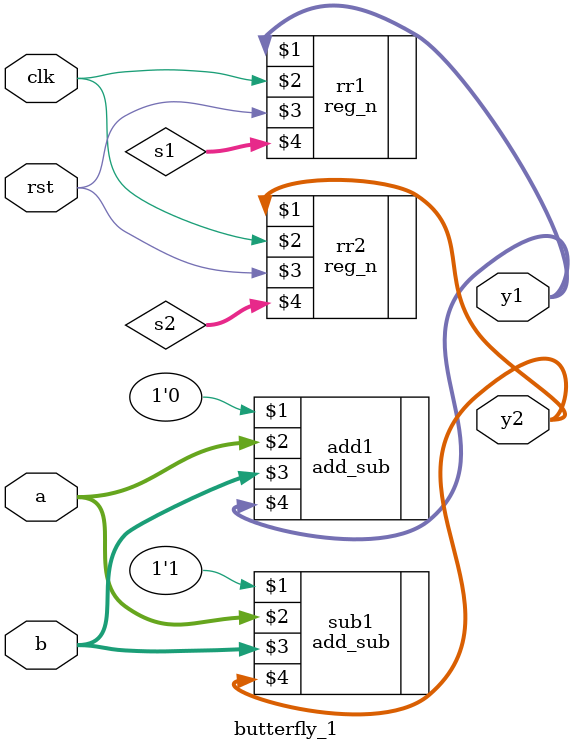
<source format=v>


`include "add_sub.v"
`include "reg_n.v"


module butterfly_1(a,b,clk,rst,y1,y2);
    parameter N = 4;
    input  [(2**N)-1:0] a,b;
    input clk,rst;
    output [(2**N)-1:0] y1,y2;
    wire [(2**N)-1:0] s1,s2;

    add_sub add1(1'b0,a,b,y1); //y1= a+b
    add_sub sub1(1'b1,a,b,y2);//y2 = a-b

    reg_n rr1 (y1,clk,rst,s1);
    reg_n rr2 (y2,clk,rst,s2);

endmodule



</source>
